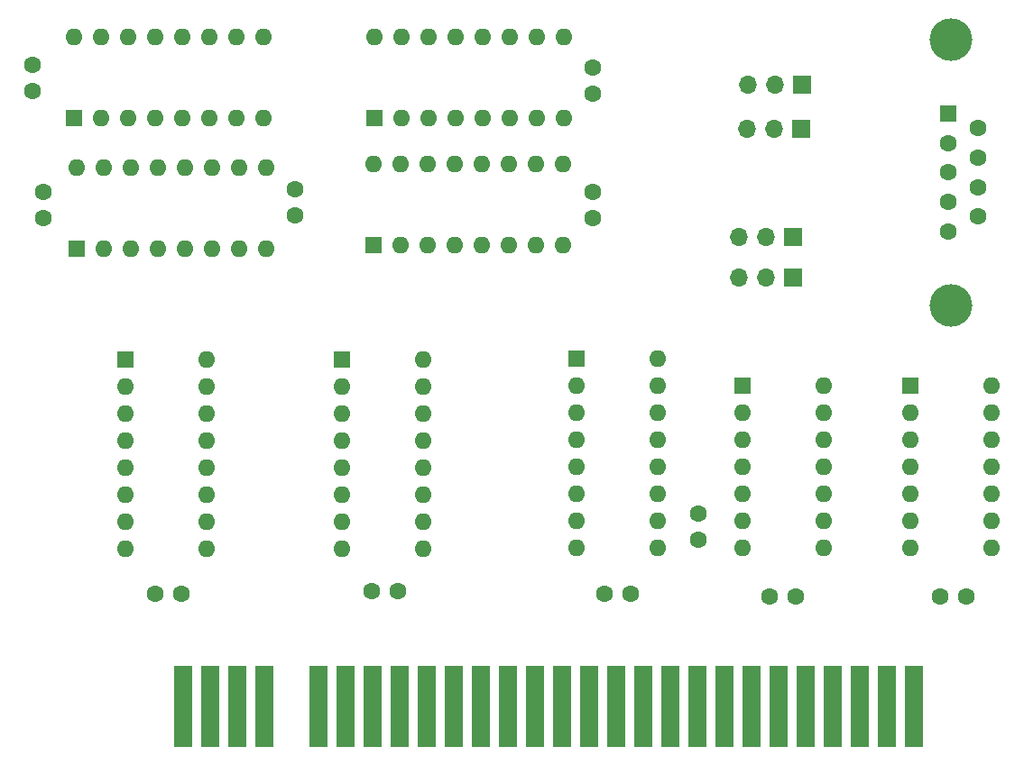
<source format=gbr>
%TF.GenerationSoftware,KiCad,Pcbnew,6.0.2+dfsg-1*%
%TF.CreationDate,2022-12-17T17:05:09+00:00*%
%TF.ProjectId,Mouse,4d6f7573-652e-46b6-9963-61645f706362,rev?*%
%TF.SameCoordinates,Original*%
%TF.FileFunction,Soldermask,Bot*%
%TF.FilePolarity,Negative*%
%FSLAX46Y46*%
G04 Gerber Fmt 4.6, Leading zero omitted, Abs format (unit mm)*
G04 Created by KiCad (PCBNEW 6.0.2+dfsg-1) date 2022-12-17 17:05:09*
%MOMM*%
%LPD*%
G01*
G04 APERTURE LIST*
%ADD10C,1.600000*%
%ADD11R,1.600000X1.600000*%
%ADD12O,1.600000X1.600000*%
%ADD13R,1.780000X7.620000*%
%ADD14R,1.700000X1.700000*%
%ADD15O,1.700000X1.700000*%
%ADD16C,4.000000*%
G04 APERTURE END LIST*
D10*
%TO.C,C3*%
X137648000Y-138684000D03*
X135148000Y-138684000D03*
%TD*%
D11*
%TO.C,U7*%
X135382000Y-106172000D03*
D12*
X137922000Y-106172000D03*
X140462000Y-106172000D03*
X143002000Y-106172000D03*
X145542000Y-106172000D03*
X148082000Y-106172000D03*
X150622000Y-106172000D03*
X153162000Y-106172000D03*
X153162000Y-98552000D03*
X150622000Y-98552000D03*
X148082000Y-98552000D03*
X145542000Y-98552000D03*
X143002000Y-98552000D03*
X140462000Y-98552000D03*
X137922000Y-98552000D03*
X135382000Y-98552000D03*
%TD*%
D11*
%TO.C,U5*%
X135397000Y-94224000D03*
D12*
X137937000Y-94224000D03*
X140477000Y-94224000D03*
X143017000Y-94224000D03*
X145557000Y-94224000D03*
X148097000Y-94224000D03*
X150637000Y-94224000D03*
X153177000Y-94224000D03*
X153177000Y-86604000D03*
X150637000Y-86604000D03*
X148097000Y-86604000D03*
X145557000Y-86604000D03*
X143017000Y-86604000D03*
X140477000Y-86604000D03*
X137937000Y-86604000D03*
X135397000Y-86604000D03*
%TD*%
D13*
%TO.C,J6*%
X117464000Y-149466500D03*
X120004000Y-149466500D03*
X122544000Y-149466500D03*
X125084000Y-149466500D03*
X130164000Y-149466500D03*
X132704000Y-149466500D03*
X135244000Y-149466500D03*
X137784000Y-149466500D03*
X140324000Y-149466500D03*
X142864000Y-149466500D03*
X145404000Y-149466500D03*
X147944000Y-149466500D03*
X150484000Y-149466500D03*
X153024000Y-149466500D03*
X155564000Y-149466500D03*
X158104000Y-149466500D03*
X160644000Y-149466500D03*
X163184000Y-149466500D03*
X165724000Y-149466500D03*
X168264000Y-149466500D03*
X170804000Y-149466500D03*
X173344000Y-149466500D03*
X175884000Y-149466500D03*
X178424000Y-149466500D03*
X180964000Y-149466500D03*
X183504000Y-149466500D03*
X186044000Y-149466500D03*
%TD*%
D14*
%TO.C,J3*%
X175514000Y-95250000D03*
D15*
X172974000Y-95250000D03*
X170434000Y-95250000D03*
%TD*%
D10*
%TO.C,C1*%
X174986000Y-139192000D03*
X172486000Y-139192000D03*
%TD*%
D16*
%TO.C,J1*%
X189537669Y-86804000D03*
X189537669Y-111804000D03*
D11*
X189237669Y-93764000D03*
D10*
X189237669Y-96534000D03*
X189237669Y-99304000D03*
X189237669Y-102074000D03*
X189237669Y-104844000D03*
X192077669Y-95149000D03*
X192077669Y-97919000D03*
X192077669Y-100689000D03*
X192077669Y-103459000D03*
%TD*%
D14*
%TO.C,J2*%
X175589000Y-91075000D03*
D15*
X173049000Y-91075000D03*
X170509000Y-91075000D03*
%TD*%
D11*
%TO.C,U1*%
X185684000Y-119375000D03*
D12*
X185684000Y-121915000D03*
X185684000Y-124455000D03*
X185684000Y-126995000D03*
X185684000Y-129535000D03*
X185684000Y-132075000D03*
X185684000Y-134615000D03*
X193304000Y-134615000D03*
X193304000Y-132075000D03*
X193304000Y-129535000D03*
X193304000Y-126995000D03*
X193304000Y-124455000D03*
X193304000Y-121915000D03*
X193304000Y-119375000D03*
%TD*%
D14*
%TO.C,J5*%
X174702000Y-105345000D03*
D15*
X172162000Y-105345000D03*
X169622000Y-105345000D03*
%TD*%
D10*
%TO.C,C4*%
X157012000Y-138938000D03*
X159512000Y-138938000D03*
%TD*%
%TO.C,C7*%
X155956000Y-103612000D03*
X155956000Y-101112000D03*
%TD*%
D11*
%TO.C,U8*%
X132344000Y-116855000D03*
D12*
X132344000Y-119395000D03*
X132344000Y-121935000D03*
X132344000Y-124475000D03*
X132344000Y-127015000D03*
X132344000Y-129555000D03*
X132344000Y-132095000D03*
X132344000Y-134635000D03*
X139964000Y-134635000D03*
X139964000Y-132095000D03*
X139964000Y-129555000D03*
X139964000Y-127015000D03*
X139964000Y-124475000D03*
X139964000Y-121935000D03*
X139964000Y-119395000D03*
X139964000Y-116855000D03*
%TD*%
D11*
%TO.C,U9*%
X154432000Y-116840000D03*
D12*
X154432000Y-119380000D03*
X154432000Y-121920000D03*
X154432000Y-124460000D03*
X154432000Y-127000000D03*
X154432000Y-129540000D03*
X154432000Y-132080000D03*
X154432000Y-134620000D03*
X162052000Y-134620000D03*
X162052000Y-132080000D03*
X162052000Y-129540000D03*
X162052000Y-127000000D03*
X162052000Y-124460000D03*
X162052000Y-121920000D03*
X162052000Y-119380000D03*
X162052000Y-116840000D03*
%TD*%
D11*
%TO.C,U2*%
X169936000Y-119375000D03*
D12*
X169936000Y-121915000D03*
X169936000Y-124455000D03*
X169936000Y-126995000D03*
X169936000Y-129535000D03*
X169936000Y-132075000D03*
X169936000Y-134615000D03*
X177556000Y-134615000D03*
X177556000Y-132075000D03*
X177556000Y-129535000D03*
X177556000Y-126995000D03*
X177556000Y-124455000D03*
X177556000Y-121915000D03*
X177556000Y-119375000D03*
%TD*%
D10*
%TO.C,C8*%
X128016000Y-103378000D03*
X128016000Y-100878000D03*
%TD*%
%TO.C,C2*%
X165862000Y-131338000D03*
X165862000Y-133838000D03*
%TD*%
D11*
%TO.C,U3*%
X112024000Y-116855000D03*
D12*
X112024000Y-119395000D03*
X112024000Y-121935000D03*
X112024000Y-124475000D03*
X112024000Y-127015000D03*
X112024000Y-129555000D03*
X112024000Y-132095000D03*
X112024000Y-134635000D03*
X119644000Y-134635000D03*
X119644000Y-132095000D03*
X119644000Y-129555000D03*
X119644000Y-127015000D03*
X119644000Y-124475000D03*
X119644000Y-121935000D03*
X119644000Y-119395000D03*
X119644000Y-116855000D03*
%TD*%
D11*
%TO.C,U4*%
X107272000Y-94208000D03*
D12*
X109812000Y-94208000D03*
X112352000Y-94208000D03*
X114892000Y-94208000D03*
X117432000Y-94208000D03*
X119972000Y-94208000D03*
X122512000Y-94208000D03*
X125052000Y-94208000D03*
X125052000Y-86588000D03*
X122512000Y-86588000D03*
X119972000Y-86588000D03*
X117432000Y-86588000D03*
X114892000Y-86588000D03*
X112352000Y-86588000D03*
X109812000Y-86588000D03*
X107272000Y-86588000D03*
%TD*%
D10*
%TO.C,C9*%
X155956000Y-91928000D03*
X155956000Y-89428000D03*
%TD*%
D11*
%TO.C,U6*%
X107447000Y-106433000D03*
D12*
X109987000Y-106433000D03*
X112527000Y-106433000D03*
X115067000Y-106433000D03*
X117607000Y-106433000D03*
X120147000Y-106433000D03*
X122687000Y-106433000D03*
X125227000Y-106433000D03*
X125227000Y-98813000D03*
X122687000Y-98813000D03*
X120147000Y-98813000D03*
X117607000Y-98813000D03*
X115067000Y-98813000D03*
X112527000Y-98813000D03*
X109987000Y-98813000D03*
X107447000Y-98813000D03*
%TD*%
D10*
%TO.C,C10*%
X104394000Y-103612000D03*
X104394000Y-101112000D03*
%TD*%
%TO.C,C5*%
X191008000Y-139192000D03*
X188508000Y-139192000D03*
%TD*%
%TO.C,C11*%
X103378000Y-91674000D03*
X103378000Y-89174000D03*
%TD*%
%TO.C,C6*%
X114828000Y-138938000D03*
X117328000Y-138938000D03*
%TD*%
D14*
%TO.C,J4*%
X174752000Y-109220000D03*
D15*
X172212000Y-109220000D03*
X169672000Y-109220000D03*
%TD*%
M02*

</source>
